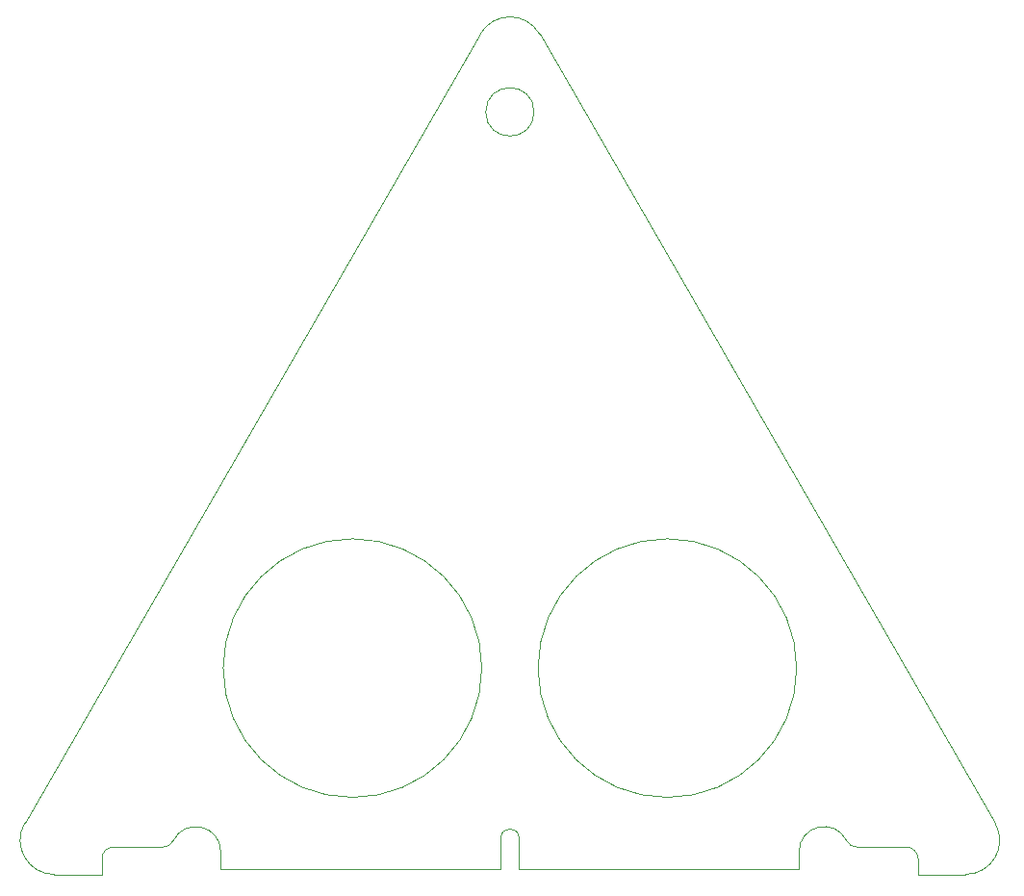
<source format=gbp>
G04*
G04 #@! TF.GenerationSoftware,Altium Limited,Altium Designer,19.0.12 (326)*
G04*
G04 Layer_Color=128*
%FSLAX44Y44*%
%MOMM*%
G71*
G01*
G75*
%ADD19C,0.0500*%
D19*
X422136Y640793D02*
G03*
X422136Y640793I-21250J0D01*
G01*
X426867Y709393D02*
G03*
X374905Y709393I-25981J-15000D01*
G01*
X-25992Y15018D02*
G03*
X-11Y-29982I25981J-15000D01*
G01*
X376136Y151476D02*
G03*
X376136Y151476I-113750J0D01*
G01*
X653136D02*
G03*
X653136Y151476I-113750J0D01*
G01*
X801784Y-29982D02*
G03*
X827764Y15018I0J30000D01*
G01*
X759783Y-15982D02*
G03*
X749783Y-5982I-10000J0D01*
G01*
X697066Y-357D02*
G03*
X655284Y-9982I-19783J-9625D01*
G01*
X697066Y-357D02*
G03*
X706059Y-5982I8992J4375D01*
G01*
X408886Y2018D02*
G03*
X392886Y2018I-8000J0D01*
G01*
X146489Y-9982D02*
G03*
X104706Y-357I-22000J0D01*
G01*
X95714Y-5982D02*
G03*
X104706Y-357I0J10000D01*
G01*
X51989Y-5982D02*
G03*
X41989Y-15982I0J-10000D01*
G01*
X-25992Y15018D02*
X374905Y709393D01*
X-11Y-29982D02*
X41989D01*
X426867Y709393D02*
X827764Y15018D01*
X759783Y-29982D02*
X801784D01*
X759783D02*
Y-15982D01*
X706059Y-5982D02*
X749783D01*
X655284Y-24982D02*
Y-9982D01*
X408886Y-24982D02*
X655284D01*
X408886D02*
Y2018D01*
X392886Y-24982D02*
Y2018D01*
X146489Y-24982D02*
X392886D01*
X51989Y-5982D02*
X95714D01*
X146489Y-24982D02*
Y-9982D01*
X41989Y-29982D02*
Y-15982D01*
M02*

</source>
